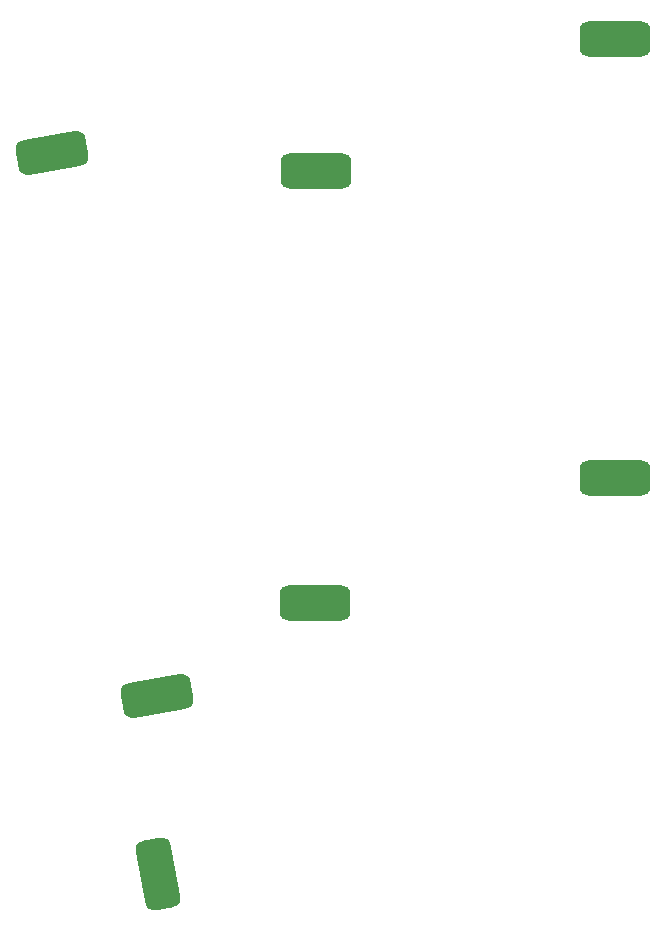
<source format=gbr>
%TF.GenerationSoftware,KiCad,Pcbnew,7.0.7*%
%TF.CreationDate,2023-12-29T22:10:29+01:00*%
%TF.ProjectId,sidePanels,73696465-5061-46e6-956c-732e6b696361,rev?*%
%TF.SameCoordinates,Original*%
%TF.FileFunction,Copper,L2,Bot*%
%TF.FilePolarity,Positive*%
%FSLAX46Y46*%
G04 Gerber Fmt 4.6, Leading zero omitted, Abs format (unit mm)*
G04 Created by KiCad (PCBNEW 7.0.7) date 2023-12-29 22:10:29*
%MOMM*%
%LPD*%
G01*
G04 APERTURE LIST*
G04 Aperture macros list*
%AMRoundRect*
0 Rectangle with rounded corners*
0 $1 Rounding radius*
0 $2 $3 $4 $5 $6 $7 $8 $9 X,Y pos of 4 corners*
0 Add a 4 corners polygon primitive as box body*
4,1,4,$2,$3,$4,$5,$6,$7,$8,$9,$2,$3,0*
0 Add four circle primitives for the rounded corners*
1,1,$1+$1,$2,$3*
1,1,$1+$1,$4,$5*
1,1,$1+$1,$6,$7*
1,1,$1+$1,$8,$9*
0 Add four rect primitives between the rounded corners*
20,1,$1+$1,$2,$3,$4,$5,0*
20,1,$1+$1,$4,$5,$6,$7,0*
20,1,$1+$1,$6,$7,$8,$9,0*
20,1,$1+$1,$8,$9,$2,$3,0*%
G04 Aperture macros list end*
%TA.AperFunction,SMDPad,CuDef*%
%ADD10RoundRect,0.750000X2.083607X1.132953X-2.346657X0.343802X-2.083607X-1.132953X2.346657X-0.343802X0*%
%TD*%
%TA.AperFunction,SMDPad,CuDef*%
%ADD11RoundRect,0.750000X1.151092X-2.073641X0.323311X2.349568X-1.151092X2.073641X-0.323311X-2.349568X0*%
%TD*%
%TA.AperFunction,SMDPad,CuDef*%
%ADD12RoundRect,0.750000X-2.248688X-0.753926X2.251306X-0.746072X2.248688X0.753926X-2.251306X0.746072X0*%
%TD*%
%TA.AperFunction,SMDPad,CuDef*%
%ADD13RoundRect,0.750000X2.250000X0.750000X-2.250000X0.750000X-2.250000X-0.750000X2.250000X-0.750000X0*%
%TD*%
G04 APERTURE END LIST*
D10*
%TO.P,,1*%
%TO.N,N/C*%
X165597877Y-123941753D03*
%TD*%
%TO.P,,1*%
%TO.N,N/C*%
X156707877Y-77967752D03*
%TD*%
D11*
%TO.P,REF\u002A\u002A,1*%
%TO.N,N/C*%
X165638309Y-139007667D03*
%TD*%
D12*
%TO.P,,1*%
%TO.N,N/C*%
X178941318Y-116083416D03*
%TD*%
D13*
%TO.P,REF\u002A\u002A,1*%
%TO.N,N/C*%
X204372945Y-68336107D03*
%TD*%
D12*
%TO.P,,1*%
%TO.N,N/C*%
X179004482Y-79507250D03*
%TD*%
D13*
%TO.P,REF\u002A\u002A,1*%
%TO.N,N/C*%
X204372945Y-105452857D03*
%TD*%
M02*

</source>
